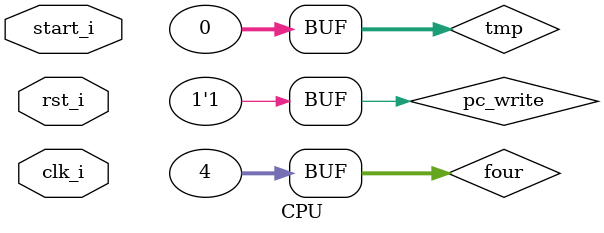
<source format=v>
module CPU
(
    clk_i,
    rst_i,
    start_i
);

    // Ports
    input clk_i;
    input rst_i;
    input start_i;

    //IF stage
    wire[31:0] old_pc;
    wire[31:0] new_pc;
    wire[31:0] four;
    wire pc_write;
    wire[31:0] IF_instruction;
    //ID stage
    wire[31:0] ID_instruction;
    wire[2:0] ID_ALUOp;
    wire ID_ALUSrc;
    wire ID_MemWrite;
    wire ID_MemRead;
    wire ID_MemtoReg;
    wire ID_RegWrite;
    wire[31:0] ID_rs1data;
    wire[31:0] ID_rs2data;
    wire[31:0] ID_Imm;
    //EX Stage
    wire[31:0] EX_instruction;
    wire[2:0] EX_ALUOp;
    wire EX_ALUSrc;
    wire EX_MemWrite;
    wire EX_MemRead;
    wire EX_MemtoReg;
    wire EX_RegWrite;
    wire[31:0] EX_rs1data;
    wire[31:0] EX_rs2data;
    wire[31:0] EX_Imm;
    wire[1:0] ForwardA;
    wire[1:0] ForwardB;
    wire[31:0] srcdata1; //after forwarding
    wire[31:0] srcdata2; //after forwarding
    wire[31:0] EX_memwritedata; //after forwarding
    wire[31:0] ALUsrcdata1;
    wire[31:0] ALUsrcdata2;
    wire[31:0] EX_ALUresult;
    //MEM stage
    wire[31:0] MEM_ALUresult;
    wire[31:0] MEM_memwritedata;
    wire[4:0] MEM_rdaddr;
    wire MEM_MemRead;
    wire MEM_MemWrite;
    wire MEM_RegWrite;
    wire MEM_MemtoReg;
    wire[31:0] MEM_memreaddata;
    //WB stage
    wire[31:0] WB_memreaddata;
    wire[31:0] WB_ALUresult;
    wire[4:0] WB_rdaddr;
    wire WB_RegWrite;
    wire WB_MemtoReg;
    wire[31:0] WB_writedata;

    assign pc_write = 1'b1;
    assign four = 32'd4;
    PC PC(
        .clk_i(clk_i),
        .rst_i(rst_i),
        .start_i(start_i),
        .PCWrite_i(pc_write),
        .pc_i(old_pc),
        .pc_o(new_pc)
    );

    Adder Add_PC(
        .data1_in(new_pc),
        .data2_in(four),
        .data_o(old_pc)
    );

    Instruction_Memory Instruction_Memory(
        .addr_i(new_pc),
        .instr_o(IF_instruction)
    );

    IFIDRegisters IFIDRegisters(
        .clk_i(clk_i),
        .Op_i(IF_instruction),
        .Op_o(ID_instruction)
    );

    Control Control(
        .Op_i(ID_instruction),
        .ALUOp_o(ID_ALUOp),
        .ALUSrc_o(ID_ALUSrc),
        .RegWrite_o(ID_RegWrite),
        .MemtoReg_o(ID_MemtoReg),
        .MemRead_o(ID_MemRead),
        .MemWrite_o(ID_MemWrite)
    );

    Registers Registers(
        .clk_i(clk_i),
        .RS1addr_i(ID_instruction[19:15]),
        .RS2addr_i(ID_instruction[24:20]),
        .RDaddr_i(WB_rdaddr), 
        .RDdata_i(WB_writedata),
        .RegWrite_i(WB_RegWrite), 
        .RS1data_o(ID_rs1data), 
        .RS2data_o(ID_rs2data) 
    );

    ImmGen ImmGen(
        .Op_i(ID_instruction),
        .Imm_o(ID_Imm)
    );

    IDEXRegisters IDEXRegisters(
        .clk_i(clk_i),
        .RegWrite_i(ID_RegWrite),
        .MemtoReg_i(ID_MemtoReg),
        .MemRead_i(ID_MemRead),
        .MemWrite_i(ID_MemWrite),
        .ALUOp_i(ID_ALUOp),
        .ALUSrc_i(ID_ALUSrc),
        .RS1data_i(ID_rs1data),
        .RS2data_i(ID_rs2data),
        .Imm_i(ID_Imm),
        .Op_i(ID_instruction),
        .ALUOp_o(EX_ALUOp),
        .ALUSrc_o(EX_ALUSrc),
        .RegWrite_o(EX_RegWrite),
        .MemtoReg_o(EX_MemtoReg),
        .MemRead_o(EX_MemRead),
        .MemWrite_o(EX_MemWrite),
        .RS1data_o(EX_rs1data),
        .RS2data_o(EX_rs2data),
        .Imm_o(EX_Imm),
        .Op_o(EX_instruction)
    );

    ForwardingUnit ForwardingUnit(
        .EXrs1_i(EX_instruction[19:15]),
        .EXrs2_i(EX_instruction[24:20]),
        .MEMRegWrite_i(MEM_RegWrite),
        .MEMrd_i(MEM_rdaddr),
        .WBRegWrite_i(WB_RegWrite),
        .WBrd_i(WB_rdaddr),
        .ForwardA_o(ForwardA),
        .ForwardB_o(ForwardB)
    );

    wire[31:0] tmp;
    assign tmp = 32'd0;
    MUX4 MUXA(
        .data1_i(EX_rs1data),
        .data2_i(WB_writedata),
        .data3_i(MEM_ALUresult),
        .data4_i(tmp),
        .select_i(ForwardA),
        .data_o(srcdata1)
    );

    MUX4 MUXB(
        .data1_i(EX_rs2data),
        .data2_i(WB_writedata),
        .data3_i(MEM_ALUresult),
        .data4_i(tmp),
        .select_i(ForwardB),
        .data_o(srcdata2)
    );

    MUX2 MUX_ALUSrc2(
        .data1_i(srcdata2),
        .data2_i(EX_Imm),
        .select_i(EX_ALUSrc),
        .data_o(ALUsrcdata2)
    );

    assign ALUsrcdata1 = srcdata1;
    assign EX_memwritedata = srcdata2;

    ALU ALU(
        .data1_i(ALUsrcdata1),
        .data2_i(ALUsrcdata2),
        .ALUCtrl_i(EX_ALUOp),
        .data_o(EX_ALUresult)
    );

    EXMEMRegisters EXMEMRegisters(
        .clk_i(clk_i),
        .RegWrite_i(EX_RegWrite),
        .MemtoReg_i(EX_MemtoReg),
        .MemRead_i(EX_MemRead),
        .MemWrite_i(EX_MemWrite),
        .ALUResult_i(EX_ALUresult),
        .RS2data_i(EX_memwritedata),
        .RDaddr_i(EX_instruction[11:7]),
        .RegWrite_o(MEM_RegWrite),
        .MemtoReg_o(MEM_MemtoReg),
        .MemRead_o(MEM_MemRead),
        .MemWrite_o(MEM_MemWrite),
        .ALUResult_o(MEM_ALUresult),
        .RS2data_o(MEM_memwritedata),
        .RDaddr_o(MEM_rdaddr)
    );

    Data_Memory Data_Memory(
        .clk_i(clk_i), 
        .addr_i(MEM_ALUresult), 
        .MemRead_i(MEM_MemRead),
        .MemWrite_i(MEM_MemWrite),
        .data_i(MEM_memwritedata),
        .data_o(MEM_memreaddata)
    );

    MEMWBRegisters MEMWBRegisters(
        .clk_i(clk_i),
        .RegWrite_i(MEM_RegWrite),
        .MemtoReg_i(MEM_MemtoReg),
        .ALUResult_i(MEM_ALUresult),
        .Memdata_i(MEM_memreaddata),
        .RDaddr_i(MEM_rdaddr),
        .RegWrite_o(WB_RegWrite),
        .MemtoReg_o(WB_MemtoReg),
        .ALUResult_o(WB_ALUresult),
        .Memdata_o(WB_memreaddata),
        .RDaddr_o(WB_rdaddr)
    );

    MUX2 WriteBachDataMUX(
        .data1_i(WB_ALUresult),
        .data2_i(WB_memreaddata),
        .select_i(WB_MemtoReg),
        .data_o(WB_writedata)
    );

endmodule
</source>
